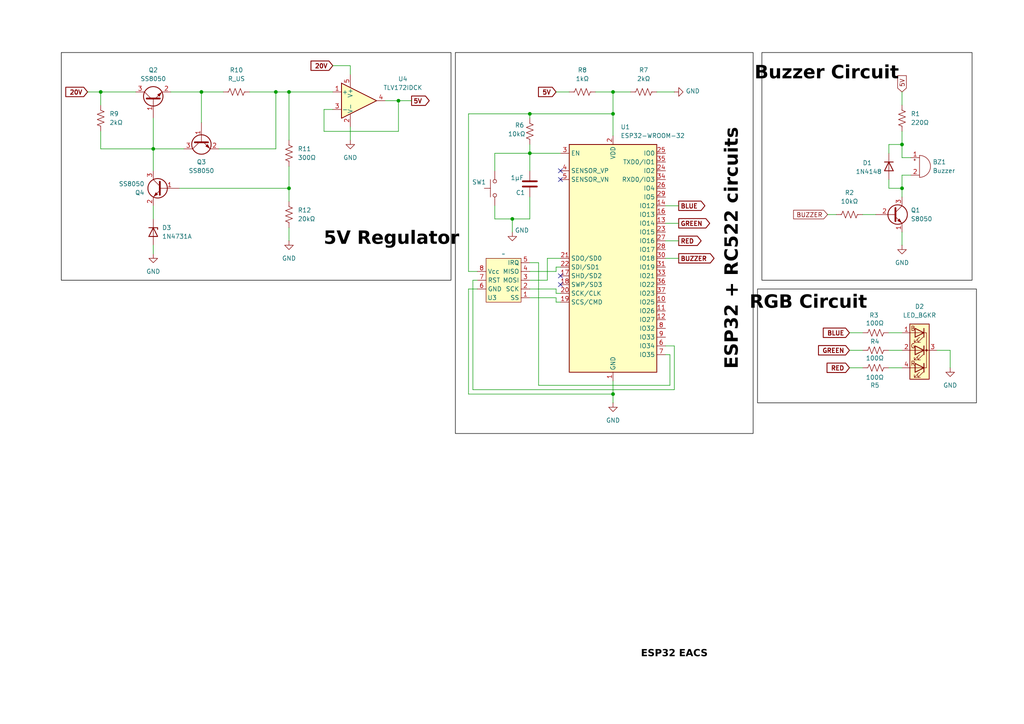
<source format=kicad_sch>
(kicad_sch (version 20231120) (generator "eeschema") (generator_version "8.0")
  (paper "A4")
  (lib_symbols
    (symbol "Amplifier_Operational:TLV172IDCK" (pin_names (offset 0.127))
      (property "Reference" "U" (at 7.62 2.54 0))
      (property "Value" "TLV172IDCK" (at 11.43 -2.54 0))
      (symbol "TLV172IDCK_0_1"
        (polyline (pts (xy -2.54 5.08) (xy -2.54 -5.08) (xy 7.62 0) (xy -2.54 5.08)) (stroke (width 0.254)) (fill (type background)))
      )
      (symbol "TLV172IDCK_1_1"
        (pin input line (at -5.08 2.54 0) (length 2.54) (name "+") (number "1"))
        (pin power_in line (at 0 -7.62 90) (length 3.81) (name "V-") (number "2"))
        (pin input line (at -5.08 -2.54 0) (length 2.54) (name "-") (number "3"))
        (pin output line (at 10.16 0 180) (length 2.54) (name "~") (number "4"))
        (pin power_in line (at 0 7.62 270) (length 3.81) (name "V+") (number "5"))
      )
    )
    (symbol "Device:Buzzer" (pin_names (offset 0.0254) hide)
      (property "Reference" "BZ" (at 3.81 1.27 0))
      (property "Value" "Buzzer" (at 3.81 -1.27 0))
      (symbol "Buzzer_0_1"
        (arc (start 0 -3.175) (mid 3.1612 0) (end 0 3.175))
        (polyline (pts (xy -1.651 1.905) (xy -1.143 1.905)))
        (polyline (pts (xy -1.397 2.159) (xy -1.397 1.651)))
        (polyline (pts (xy 0 3.175) (xy 0 -3.175)))
      )
      (symbol "Buzzer_1_1"
        (pin passive line (at -2.54 2.54 0) (length 2.54) (name "+") (number "1"))
        (pin passive line (at -2.54 -2.54 0) (length 2.54) (name "-") (number "2"))
      )
    )
    (symbol "Device:C" (pin_numbers hide) (pin_names (offset 0.254))
      (property "Reference" "C" (at 0.635 2.54 0))
      (property "Value" "C" (at 0.635 -2.54 0))
      (symbol "C_0_1"
        (polyline (pts (xy -2.032 -0.762) (xy 2.032 -0.762)) (stroke (width 0.508)))
        (polyline (pts (xy -2.032 0.762) (xy 2.032 0.762)) (stroke (width 0.508)))
      )
      (symbol "C_1_1"
        (pin passive line (at 0 3.81 270) (length 2.794) (name "~") (number "1"))
        (pin passive line (at 0 -3.81 90) (length 2.794) (name "~") (number "2"))
      )
    )
    (symbol "Device:LED_BGKR" (pin_names (offset 0) hide)
      (property "Reference" "D" (at 0 9.398 0))
      (property "Value" "LED_BGKR" (at 0 -8.89 0))
      (symbol "LED_BGKR_0_0"
        (text "B" (at 1.905 -6.35 0) (effects (font (size 1.27 1.27))))
        (text "G" (at 1.905 -1.27 0) (effects (font (size 1.27 1.27))))
        (text "R" (at 1.905 3.81 0) (effects (font (size 1.27 1.27))))
      )
      (symbol "LED_BGKR_0_1"
        (circle (center -2.032 0) (radius 0.254) (fill (type outline)))
        (polyline (pts (xy -1.27 -5.08) (xy 1.27 -5.08)))
        (polyline (pts (xy -1.27 -3.81) (xy -1.27 -6.35)) (stroke (width 0.254)))
        (polyline (pts (xy -1.27 0) (xy -2.54 0)))
        (polyline (pts (xy -1.27 1.27) (xy -1.27 -1.27)) (stroke (width 0.254)))
        (polyline (pts (xy -1.27 5.08) (xy 1.27 5.08)))
        (polyline (pts (xy -1.27 6.35) (xy -1.27 3.81)) (stroke (width 0.254)))
        (polyline (pts (xy 1.27 -5.08) (xy 2.54 -5.08)))
        (polyline (pts (xy 1.27 0) (xy -1.27 0)))
        (polyline (pts (xy 1.27 0) (xy 2.54 0)))
        (polyline (pts (xy 1.27 5.08) (xy 2.54 5.08)))
        (polyline (pts (xy -1.27 1.27) (xy -1.27 -1.27) (xy -1.27 -1.27)))
        (polyline (pts (xy -1.27 6.35) (xy -1.27 3.81) (xy -1.27 3.81)))
        (polyline (pts (xy -1.27 5.08) (xy -2.032 5.08) (xy -2.032 -5.08) (xy -1.016 -5.08)))
        (polyline (pts (xy 1.27 -3.81) (xy 1.27 -6.35) (xy -1.27 -5.08) (xy 1.27 -3.81)) (stroke (width 0.254)))
        (polyline (pts (xy 1.27 1.27) (xy 1.27 -1.27) (xy -1.27 0) (xy 1.27 1.27)) (stroke (width 0.254)))
        (polyline (pts (xy 1.27 6.35) (xy 1.27 3.81) (xy -1.27 5.08) (xy 1.27 6.35)) (stroke (width 0.254)))
        (polyline (pts (xy -1.016 -3.81) (xy 0.508 -2.286) (xy -0.254 -2.286) (xy 0.508 -2.286) (xy 0.508 -3.048)))
        (polyline (pts (xy -1.016 1.27) (xy 0.508 2.794) (xy -0.254 2.794) (xy 0.508 2.794) (xy 0.508 2.032)))
        (polyline (pts (xy -1.016 6.35) (xy 0.508 7.874) (xy -0.254 7.874) (xy 0.508 7.874) (xy 0.508 7.112)))
        (polyline (pts (xy 0 -3.81) (xy 1.524 -2.286) (xy 0.762 -2.286) (xy 1.524 -2.286) (xy 1.524 -3.048)))
        (polyline (pts (xy 0 1.27) (xy 1.524 2.794) (xy 0.762 2.794) (xy 1.524 2.794) (xy 1.524 2.032)))
        (polyline (pts (xy 0 6.35) (xy 1.524 7.874) (xy 0.762 7.874) (xy 1.524 7.874) (xy 1.524 7.112)))
        (rectangle (start 1.27 -1.27) (end 1.27 1.27))
        (rectangle (start 1.27 1.27) (end 1.27 1.27))
        (rectangle (start 1.27 3.81) (end 1.27 6.35))
        (rectangle (start 1.27 6.35) (end 1.27 6.35))
        (rectangle (start 2.794 8.382) (end -2.794 -7.62) (stroke (width 0.254)) (fill (type background)))
      )
      (symbol "LED_BGKR_1_1"
        (pin passive line (at 5.08 -5.08 180) (length 2.54) (name "BA") (number "1"))
        (pin passive line (at 5.08 0 180) (length 2.54) (name "GA") (number "2"))
        (pin passive line (at -5.08 0 0) (length 2.54) (name "K") (number "3"))
        (pin passive line (at 5.08 5.08 180) (length 2.54) (name "RA") (number "4"))
      )
    )
    (symbol "Device:R_US" (pin_numbers hide) (pin_names (offset 0))
      (property "Reference" "R" (at 2.54 0 90))
      (property "Value" "R_US" (at -2.54 0 90))
      (symbol "R_US_0_1"
        (polyline (pts (xy 0 -2.286) (xy 0 -2.54)))
        (polyline (pts (xy 0 2.286) (xy 0 2.54)))
        (polyline (pts (xy 0 -0.762) (xy 1.016 -1.143) (xy 0 -1.524) (xy -1.016 -1.905) (xy 0 -2.286)))
        (polyline (pts (xy 0 0.762) (xy 1.016 0.381) (xy 0 0) (xy -1.016 -0.381) (xy 0 -0.762)))
        (polyline (pts (xy 0 2.286) (xy 1.016 1.905) (xy 0 1.524) (xy -1.016 1.143) (xy 0 0.762)))
      )
      (symbol "R_US_1_1"
        (pin passive line (at 0 3.81 270) (length 1.27) (name "~") (number "1"))
        (pin passive line (at 0 -3.81 90) (length 1.27) (name "~") (number "2"))
      )
    )
    (symbol "Diode:1N4148" (pin_numbers hide) (pin_names hide)
      (property "Reference" "D" (at 0 2.54 0))
      (property "Value" "1N4148" (at 0 -2.54 0))
      (symbol "1N4148_0_1"
        (polyline (pts (xy -1.27 1.27) (xy -1.27 -1.27)) (stroke (width 0.254)))
        (polyline (pts (xy 1.27 0) (xy -1.27 0)))
        (polyline (pts (xy 1.27 1.27) (xy 1.27 -1.27) (xy -1.27 0) (xy 1.27 1.27)) (stroke (width 0.254)))
      )
      (symbol "1N4148_1_1"
        (pin passive line (at -3.81 0 0) (length 2.54) (name "K") (number "1"))
        (pin passive line (at 3.81 0 180) (length 2.54) (name "A") (number "2"))
      )
    )
    (symbol "Diode:1N47xxA" (pin_numbers hide) (pin_names hide)
      (property "Reference" "D" (at 0 2.54 0))
      (property "Value" "1N47xxA" (at 0 -2.54 0))
      (symbol "1N47xxA_0_1"
        (polyline (pts (xy 1.27 0) (xy -1.27 0)))
        (polyline (pts (xy -1.27 -1.27) (xy -1.27 1.27) (xy -0.762 1.27)) (stroke (width 0.254)))
        (polyline (pts (xy 1.27 -1.27) (xy 1.27 1.27) (xy -1.27 0) (xy 1.27 -1.27)) (stroke (width 0.254)))
      )
      (symbol "1N47xxA_1_1"
        (pin passive line (at -3.81 0 0) (length 2.54) (name "K") (number "1"))
        (pin passive line (at 3.81 0 180) (length 2.54) (name "A") (number "2"))
      )
    )
    (symbol "RF_Module:ESP32-WROOM-32"
      (property "Reference" "U" (at -12.7 34.29 0))
      (property "Value" "ESP32-WROOM-32" (at 1.27 34.29 0))
      (symbol "ESP32-WROOM-32_0_1"
        (rectangle (start -12.7 33.02) (end 12.7 -33.02) (stroke (width 0.254)) (fill (type background)))
      )
      (symbol "ESP32-WROOM-32_1_1"
        (pin power_in line (at 0 -35.56 90) (length 2.54) (name "GND") (number "1"))
        (pin bidirectional line (at 15.24 -12.7 180) (length 2.54) (name "IO25") (number "10"))
        (pin bidirectional line (at 15.24 -15.24 180) (length 2.54) (name "IO26") (number "11"))
        (pin bidirectional line (at 15.24 -17.78 180) (length 2.54) (name "IO27") (number "12"))
        (pin bidirectional line (at 15.24 10.16 180) (length 2.54) (name "IO14") (number "13"))
        (pin bidirectional line (at 15.24 15.24 180) (length 2.54) (name "IO12") (number "14"))
        (pin passive line (at 0 -35.56 90) (length 2.54) hide (name "GND") (number "15"))
        (pin bidirectional line (at 15.24 12.7 180) (length 2.54) (name "IO13") (number "16"))
        (pin bidirectional line (at -15.24 -5.08 0) (length 2.54) (name "SHD/SD2") (number "17"))
        (pin bidirectional line (at -15.24 -7.62 0) (length 2.54) (name "SWP/SD3") (number "18"))
        (pin bidirectional line (at -15.24 -12.7 0) (length 2.54) (name "SCS/CMD") (number "19"))
        (pin power_in line (at 0 35.56 270) (length 2.54) (name "VDD") (number "2"))
        (pin bidirectional line (at -15.24 -10.16 0) (length 2.54) (name "SCK/CLK") (number "20"))
        (pin bidirectional line (at -15.24 0 0) (length 2.54) (name "SDO/SD0") (number "21"))
        (pin bidirectional line (at -15.24 -2.54 0) (length 2.54) (name "SDI/SD1") (number "22"))
        (pin bidirectional line (at 15.24 7.62 180) (length 2.54) (name "IO15") (number "23"))
        (pin bidirectional line (at 15.24 25.4 180) (length 2.54) (name "IO2") (number "24"))
        (pin bidirectional line (at 15.24 30.48 180) (length 2.54) (name "IO0") (number "25"))
        (pin bidirectional line (at 15.24 20.32 180) (length 2.54) (name "IO4") (number "26"))
        (pin bidirectional line (at 15.24 5.08 180) (length 2.54) (name "IO16") (number "27"))
        (pin bidirectional line (at 15.24 2.54 180) (length 2.54) (name "IO17") (number "28"))
        (pin bidirectional line (at 15.24 17.78 180) (length 2.54) (name "IO5") (number "29"))
        (pin input line (at -15.24 30.48 0) (length 2.54) (name "EN") (number "3"))
        (pin bidirectional line (at 15.24 0 180) (length 2.54) (name "IO18") (number "30"))
        (pin bidirectional line (at 15.24 -2.54 180) (length 2.54) (name "IO19") (number "31"))
        (pin no_connect line (at -12.7 -27.94 0) (length 2.54) hide (name "NC") (number "32"))
        (pin bidirectional line (at 15.24 -5.08 180) (length 2.54) (name "IO21") (number "33"))
        (pin bidirectional line (at 15.24 22.86 180) (length 2.54) (name "RXD0/IO3") (number "34"))
        (pin bidirectional line (at 15.24 27.94 180) (length 2.54) (name "TXD0/IO1") (number "35"))
        (pin bidirectional line (at 15.24 -7.62 180) (length 2.54) (name "IO22") (number "36"))
        (pin bidirectional line (at 15.24 -10.16 180) (length 2.54) (name "IO23") (number "37"))
        (pin passive line (at 0 -35.56 90) (length 2.54) hide (name "GND") (number "38"))
        (pin passive line (at 0 -35.56 90) (length 2.54) hide (name "GND") (number "39"))
        (pin input line (at -15.24 25.4 0) (length 2.54) (name "SENSOR_VP") (number "4"))
        (pin input line (at -15.24 22.86 0) (length 2.54) (name "SENSOR_VN") (number "5"))
        (pin input line (at 15.24 -25.4 180) (length 2.54) (name "IO34") (number "6"))
        (pin input line (at 15.24 -27.94 180) (length 2.54) (name "IO35") (number "7"))
        (pin bidirectional line (at 15.24 -20.32 180) (length 2.54) (name "IO32") (number "8"))
        (pin bidirectional line (at 15.24 -22.86 180) (length 2.54) (name "IO33") (number "9"))
      )
    )
    (symbol "Switch:SW_Push" (pin_numbers hide) (pin_names (offset 1.016) hide)
      (property "Reference" "SW" (at 1.27 2.54 0))
      (property "Value" "SW_Push" (at 0 -1.524 0))
      (symbol "SW_Push_0_1"
        (circle (center -2.032 0) (radius 0.508))
        (polyline (pts (xy 0 1.27) (xy 0 3.048)))
        (polyline (pts (xy 2.54 1.27) (xy -2.54 1.27)))
        (circle (center 2.032 0) (radius 0.508))
        (pin passive line (at -5.08 0 0) (length 2.54) (name "1") (number "1"))
        (pin passive line (at 5.08 0 180) (length 2.54) (name "2") (number "2"))
      )
    )
    (symbol "Transistor_BJT:S8050" (pin_names (offset 0) hide)
      (property "Reference" "Q" (at 5.08 1.905 0))
      (property "Value" "S8050" (at 5.08 0 0))
      (symbol "S8050_0_1"
        (polyline (pts (xy 0 0) (xy 0.635 0)))
        (polyline (pts (xy 0.635 0.635) (xy 2.54 2.54)))
        (polyline (pts (xy 0.635 -0.635) (xy 2.54 -2.54) (xy 2.54 -2.54)))
        (polyline (pts (xy 0.635 1.905) (xy 0.635 -1.905) (xy 0.635 -1.905)) (stroke (width 0.508)))
        (polyline (pts (xy 1.27 -1.778) (xy 1.778 -1.27) (xy 2.286 -2.286) (xy 1.27 -1.778) (xy 1.27 -1.778)) (fill (type outline)))
        (circle (center 1.27 0) (radius 2.8194) (stroke (width 0.254)))
      )
      (symbol "S8050_1_1"
        (pin passive line (at 2.54 -5.08 90) (length 2.54) (name "E") (number "1"))
        (pin input line (at -5.08 0 0) (length 5.08) (name "B") (number "2"))
        (pin passive line (at 2.54 5.08 270) (length 2.54) (name "C") (number "3"))
      )
    )
    (symbol "Transistor_BJT:SS8050" (pin_names (offset 0) hide)
      (property "Reference" "Q" (at 5.08 1.905 0))
      (property "Value" "SS8050" (at 5.08 0 0))
      (symbol "SS8050_0_1"
        (polyline (pts (xy 0.635 0.635) (xy 2.54 2.54)))
        (polyline (pts (xy 0.635 -0.635) (xy 2.54 -2.54) (xy 2.54 -2.54)))
        (polyline (pts (xy 0.635 1.905) (xy 0.635 -1.905) (xy 0.635 -1.905)) (stroke (width 0.508)))
        (polyline (pts (xy 1.27 -1.778) (xy 1.778 -1.27) (xy 2.286 -2.286) (xy 1.27 -1.778) (xy 1.27 -1.778)) (fill (type outline)))
        (circle (center 1.27 0) (radius 2.8194) (stroke (width 0.254)))
      )
      (symbol "SS8050_1_1"
        (pin input line (at -5.08 0 0) (length 5.715) (name "B") (number "1"))
        (pin passive line (at 2.54 -5.08 90) (length 2.54) (name "E") (number "2"))
        (pin passive line (at 2.54 5.08 270) (length 2.54) (name "C") (number "3"))
      )
    )
    (symbol "custom_components:RC522DB"
      (property "Reference" "U" (at -4.572 7.62 0))
      (symbol "RC522DB_1_1"
        (rectangle (start -5.08 6.35) (end 5.08 -6.35) (fill (type background)))
        (pin bidirectional line (at -7.62 5.08 0) (length 2.54) (name "SS") (number "1"))
        (pin input line (at -7.62 2.54 0) (length 2.54) (name "SCK") (number "2"))
        (pin input line (at -7.62 0 0) (length 2.54) (name "MOSI") (number "3"))
        (pin output line (at -7.62 -2.54 0) (length 2.54) (name "MISO") (number "4"))
        (pin input line (at -7.62 -5.08 0) (length 2.54) (name "IRQ") (number "5"))
        (pin power_in line (at 7.62 2.54 180) (length 2.54) (name "GND") (number "6"))
        (pin input line (at 7.62 0 180) (length 2.54) (name "RST") (number "7"))
        (pin power_in line (at 7.62 -2.54 180) (length 2.54) (name "Vcc") (number "8"))
      )
    )
    (symbol "power:GND" (power) (pin_numbers hide) (pin_names (offset 0) hide)
      (property "Value" "GND" (at 0 -3.81 0))
      (symbol "GND_0_1"
        (polyline (pts (xy 0 0) (xy 0 -1.27) (xy 1.27 -1.27) (xy 0 -2.54) (xy -1.27 -1.27) (xy 0 -1.27)))
      )
      (symbol "GND_1_1"
        (pin power_in line (at 0 0 270) (length 0) (name "~") (number "1"))
      )
    )
  )
  (junction (at 261.62 41.91))
  (junction (at 153.67 44.45))
  (junction (at 177.8 26.67))
  (junction (at 261.62 54.61))
  (junction (at 83.82 54.61))
  (junction (at 58.42 26.67))
  (junction (at 44.45 43.18))
  (junction (at 177.8 33.02))
  (junction (at 148.59 63.5))
  (junction (at 177.8 114.3))
  (junction (at 153.67 33.02))
  (junction (at 83.82 26.67))
  (junction (at 115.57 29.21))
  (junction (at 80.01 26.67))
  (junction (at 29.21 26.67))
  (no_connect (at 162.56 49.53))
  (no_connect (at 162.56 80.01))
  (no_connect (at 162.56 52.07))
  (no_connect (at 162.56 82.55))
  (wire (pts (xy 161.29 78.74) (xy 161.29 77.47)))
  (wire (pts (xy 83.82 66.04) (xy 83.82 69.85)))
  (wire (pts (xy 138.43 81.28) (xy 137.16 81.28)))
  (wire (pts (xy 44.45 71.12) (xy 44.45 73.66)))
  (wire (pts (xy 80.01 26.67) (xy 80.01 43.18)))
  (wire (pts (xy 257.81 54.61) (xy 261.62 54.61)))
  (wire (pts (xy 153.67 81.28) (xy 158.75 81.28)))
  (wire (pts (xy 44.45 34.29) (xy 44.45 43.18)))
  (wire (pts (xy 264.16 50.8) (xy 261.62 50.8)))
  (wire (pts (xy 261.62 41.91) (xy 261.62 45.72)))
  (wire (pts (xy 177.8 26.67) (xy 177.8 33.02)))
  (wire (pts (xy 29.21 30.48) (xy 29.21 26.67)))
  (wire (pts (xy 93.98 31.75) (xy 93.98 38.1)))
  (wire (pts (xy 195.58 113.03) (xy 195.58 100.33)))
  (wire (pts (xy 135.89 78.74) (xy 135.89 33.02)))
  (wire (pts (xy 153.67 44.45) (xy 162.56 44.45)))
  (wire (pts (xy 153.67 83.82) (xy 161.29 83.82)))
  (wire (pts (xy 153.67 76.2) (xy 156.21 76.2)))
  (wire (pts (xy 29.21 26.67) (xy 39.37 26.67)))
  (wire (pts (xy 83.82 40.64) (xy 83.82 26.67)))
  (wire (pts (xy 135.89 33.02) (xy 153.67 33.02)))
  (wire (pts (xy 58.42 26.67) (xy 64.77 26.67)))
  (wire (pts (xy 72.39 26.67) (xy 80.01 26.67)))
  (wire (pts (xy 161.29 83.82) (xy 161.29 85.09)))
  (wire (pts (xy 240.03 62.23) (xy 242.57 62.23)))
  (wire (pts (xy 156.21 111.76) (xy 194.31 111.76)))
  (wire (pts (xy 193.04 69.85) (xy 196.85 69.85)))
  (wire (pts (xy 246.38 106.68) (xy 250.19 106.68)))
  (wire (pts (xy 246.38 101.6) (xy 250.19 101.6)))
  (wire (pts (xy 257.81 52.07) (xy 257.81 54.61)))
  (wire (pts (xy 135.89 114.3) (xy 177.8 114.3)))
  (wire (pts (xy 101.6 36.83) (xy 101.6 40.64)))
  (wire (pts (xy 44.45 43.18) (xy 53.34 43.18)))
  (wire (pts (xy 96.52 19.05) (xy 101.6 19.05)))
  (wire (pts (xy 143.51 63.5) (xy 148.59 63.5)))
  (wire (pts (xy 83.82 48.26) (xy 83.82 54.61)))
  (wire (pts (xy 153.67 78.74) (xy 161.29 78.74)))
  (wire (pts (xy 257.81 41.91) (xy 261.62 41.91)))
  (wire (pts (xy 195.58 100.33) (xy 193.04 100.33)))
  (wire (pts (xy 194.31 102.87) (xy 193.04 102.87)))
  (wire (pts (xy 52.07 54.61) (xy 83.82 54.61)))
  (wire (pts (xy 153.67 33.02) (xy 177.8 33.02)))
  (wire (pts (xy 115.57 38.1) (xy 115.57 29.21)))
  (wire (pts (xy 261.62 38.1) (xy 261.62 41.91)))
  (wire (pts (xy 158.75 74.93) (xy 162.56 74.93)))
  (wire (pts (xy 161.29 86.36) (xy 161.29 87.63)))
  (wire (pts (xy 153.67 34.29) (xy 153.67 33.02)))
  (wire (pts (xy 261.62 67.31) (xy 261.62 71.12)))
  (wire (pts (xy 25.4 26.67) (xy 29.21 26.67)))
  (wire (pts (xy 58.42 26.67) (xy 58.42 35.56)))
  (wire (pts (xy 177.8 33.02) (xy 177.8 39.37)))
  (wire (pts (xy 257.81 44.45) (xy 257.81 41.91)))
  (wire (pts (xy 153.67 41.91) (xy 153.67 44.45)))
  (wire (pts (xy 29.21 43.18) (xy 44.45 43.18)))
  (wire (pts (xy 194.31 111.76) (xy 194.31 102.87)))
  (wire (pts (xy 275.59 101.6) (xy 275.59 106.68)))
  (wire (pts (xy 83.82 54.61) (xy 83.82 58.42)))
  (wire (pts (xy 261.62 54.61) (xy 261.62 57.15)))
  (wire (pts (xy 177.8 114.3) (xy 177.8 116.84)))
  (wire (pts (xy 137.16 81.28) (xy 137.16 113.03)))
  (wire (pts (xy 143.51 59.69) (xy 143.51 63.5)))
  (wire (pts (xy 96.52 31.75) (xy 93.98 31.75)))
  (wire (pts (xy 250.19 62.23) (xy 254 62.23)))
  (wire (pts (xy 93.98 38.1) (xy 115.57 38.1)))
  (wire (pts (xy 148.59 63.5) (xy 148.59 67.31)))
  (wire (pts (xy 138.43 83.82) (xy 135.89 83.82)))
  (wire (pts (xy 261.62 45.72) (xy 264.16 45.72)))
  (wire (pts (xy 161.29 26.67) (xy 165.1 26.67)))
  (wire (pts (xy 153.67 63.5) (xy 153.67 57.15)))
  (wire (pts (xy 190.5 26.67) (xy 195.58 26.67)))
  (wire (pts (xy 49.53 26.67) (xy 58.42 26.67)))
  (wire (pts (xy 153.67 86.36) (xy 161.29 86.36)))
  (wire (pts (xy 44.45 43.18) (xy 44.45 49.53)))
  (wire (pts (xy 193.04 74.93) (xy 196.85 74.93)))
  (wire (pts (xy 83.82 26.67) (xy 80.01 26.67)))
  (wire (pts (xy 138.43 78.74) (xy 135.89 78.74)))
  (wire (pts (xy 153.67 44.45) (xy 153.67 49.53)))
  (wire (pts (xy 80.01 43.18) (xy 63.5 43.18)))
  (wire (pts (xy 261.62 50.8) (xy 261.62 54.61)))
  (wire (pts (xy 271.78 101.6) (xy 275.59 101.6)))
  (wire (pts (xy 158.75 81.28) (xy 158.75 74.93)))
  (wire (pts (xy 135.89 83.82) (xy 135.89 114.3)))
  (wire (pts (xy 246.38 96.52) (xy 250.19 96.52)))
  (wire (pts (xy 161.29 77.47) (xy 162.56 77.47)))
  (wire (pts (xy 101.6 19.05) (xy 101.6 21.59)))
  (wire (pts (xy 172.72 26.67) (xy 177.8 26.67)))
  (wire (pts (xy 137.16 113.03) (xy 195.58 113.03)))
  (wire (pts (xy 143.51 44.45) (xy 143.51 49.53)))
  (wire (pts (xy 143.51 44.45) (xy 153.67 44.45)))
  (wire (pts (xy 83.82 26.67) (xy 96.52 26.67)))
  (wire (pts (xy 148.59 63.5) (xy 153.67 63.5)))
  (wire (pts (xy 257.81 106.68) (xy 261.62 106.68)))
  (wire (pts (xy 177.8 110.49) (xy 177.8 114.3)))
  (wire (pts (xy 257.81 101.6) (xy 261.62 101.6)))
  (wire (pts (xy 29.21 38.1) (xy 29.21 43.18)))
  (wire (pts (xy 261.62 26.67) (xy 261.62 30.48)))
  (wire (pts (xy 115.57 29.21) (xy 119.38 29.21)))
  (wire (pts (xy 44.45 59.69) (xy 44.45 63.5)))
  (wire (pts (xy 161.29 87.63) (xy 162.56 87.63)))
  (wire (pts (xy 111.76 29.21) (xy 115.57 29.21)))
  (wire (pts (xy 161.29 85.09) (xy 162.56 85.09)))
  (wire (pts (xy 182.88 26.67) (xy 177.8 26.67)))
  (wire (pts (xy 193.04 64.77) (xy 196.85 64.77)))
  (wire (pts (xy 193.04 59.69) (xy 196.85 59.69)))
  (wire (pts (xy 257.81 96.52) (xy 261.62 96.52)))
  (wire (pts (xy 156.21 76.2) (xy 156.21 111.76)))
  (rectangle (start 132.08 15.24) (end 218.44 125.73) (stroke (width 0) (color 0 0 0 1)))
  (rectangle (start 220.98 15.24) (end 281.94 81.28) (stroke (width 0) (color 0 0 0 1)))
  (rectangle (start 219.71 83.82) (end 283.21 116.84) (stroke (width 0) (color 0 0 0 1)))
  (rectangle (start 17.78 15.24) (end 130.81 81.28) (stroke (width 0) (color 0 0 0 1)))
  (text "5V Regulator" (at 113.538 70.358 0) (effects (font (size 3.81 3.81) (thickness 0.254) (bold yes))))
  (text "RGB Circuit" (at 234.442 88.9 0) (effects (font (size 3.81 3.81) (thickness 0.254) (bold yes))))
  (text "ESP32 EACS" (at 195.58 190.246 0) (effects (font (size 2.032 2.032) (thickness 0.254) (bold yes))))
  (text "ESP32 + RC522 circuits" (at 213.36 72.136 90) (effects (font (size 3.81 3.81) (thickness 0.762) (bold yes))))
  (text "Buzzer Circuit" (at 239.776 22.352 0) (effects (font (size 3.81 3.81) (thickness 0.254) (bold yes))))
  (global_label "5V" (shape input) (at 261.62 26.67 90) (property "Intersheetrefs" "${INTERSHEET_REFS}" (effects (hide yes))))
  (global_label "RED" (shape output) (at 196.85 69.85 0) (effects (font (thickness 0.254) (bold yes))) (property "Intersheetrefs" "${INTERSHEET_REFS}" (effects (hide yes))))
  (global_label "BUZZER" (shape input) (at 240.03 62.23 180) (property "Intersheetrefs" "${INTERSHEET_REFS}" (effects (hide yes))))
  (global_label "20V" (shape input) (at 25.4 26.67 180) (effects (font (thickness 0.254) (bold yes))) (property "Intersheetrefs" "${INTERSHEET_REFS}" (effects (hide yes))))
  (global_label "5V" (shape input) (at 161.29 26.67 180) (effects (font (thickness 0.254) (bold yes))) (property "Intersheetrefs" "${INTERSHEET_REFS}" (effects (hide yes))))
  (global_label "BLUE" (shape output) (at 196.85 59.69 0) (effects (font (thickness 0.254) (bold yes))) (property "Intersheetrefs" "${INTERSHEET_REFS}" (effects (hide yes))))
  (global_label "20V" (shape input) (at 96.52 19.05 180) (effects (font (thickness 0.254) (bold yes))) (property "Intersheetrefs" "${INTERSHEET_REFS}" (effects (hide yes))))
  (global_label "GREEN" (shape output) (at 196.85 64.77 0) (effects (font (thickness 0.254) (bold yes))) (property "Intersheetrefs" "${INTERSHEET_REFS}" (effects (hide yes))))
  (global_label "BUZZER" (shape output) (at 196.85 74.93 0) (effects (font (thickness 0.254) (bold yes))) (property "Intersheetrefs" "${INTERSHEET_REFS}" (effects (hide yes))))
  (global_label "5V" (shape output) (at 119.38 29.21 0) (effects (font (thickness 0.254) (bold yes))) (property "Intersheetrefs" "${INTERSHEET_REFS}" (effects (hide yes))))
  (global_label "GREEN" (shape input) (at 246.38 101.6 180) (effects (font (thickness 0.254) (bold yes))) (property "Intersheetrefs" "${INTERSHEET_REFS}" (effects (hide yes))))
  (global_label "BLUE" (shape input) (at 246.38 96.52 180) (effects (font (thickness 0.254) (bold yes))) (property "Intersheetrefs" "${INTERSHEET_REFS}" (effects (hide yes))))
  (global_label "RED" (shape input) (at 246.38 106.68 180) (effects (font (thickness 0.254) (bold yes))) (property "Intersheetrefs" "${INTERSHEET_REFS}" (effects (hide yes))))
  (symbol (lib_id "Device:R_US") (at 254 101.6 90) (unit 1)
    (property "Reference" "R4" (at 253.746 99.06 90))
    (property "Value" "100Ω" (at 253.746 103.886 90))
    (property "Description" "Resistor, US symbol" (effects (hide yes)))
  )
  (symbol (lib_id "Device:Buzzer") (at 266.7 48.26 0) (unit 1)
    (property "Reference" "BZ1" (at 270.51 46.9899 0) (effects (justify left)))
    (property "Value" "Buzzer" (at 270.51 49.5299 0) (effects (justify left)))
    (property "Description" "Buzzer, polarized" (effects (hide yes)))
  )
  (symbol (lib_id "power:GND") (at 101.6 40.64 0) (unit 1)
    (property "Reference" "#PWR08" (effects (hide yes)))
    (property "Value" "GND" (at 101.6 45.72 0))
    (property "Description" "Power symbol creates a global label with name \"GND\" , ground" (effects (hide yes)))
  )
  (symbol (lib_id "Transistor_BJT:SS8050") (at 44.45 29.21 90) (unit 1)
    (property "Reference" "Q2" (at 44.45 20.32 90))
    (property "Value" "SS8050" (at 44.45 22.86 90))
    (property "Footprint" "Package_TO_SOT_SMD:SOT-23" (effects (hide yes)))
    (property "Datasheet" "http://www.secosgmbh.com/datasheet/products/SSMPTransistor/SOT-23/SS8050.pdf" (effects (hide yes)))
    (property "Description" "General Purpose NPN Transistor, 1.5A Ic, 25V Vce, SOT-23" (effects (hide yes)))
  )
  (symbol (lib_id "Device:C") (at 153.67 53.34 0) (unit 1)
    (property "Reference" "C1" (at 149.606 55.88 0) (effects (justify left)))
    (property "Value" "1µF" (at 148.082 51.562 0) (effects (justify left)))
    (property "Description" "Unpolarized capacitor" (effects (hide yes)))
  )
  (symbol (lib_id "Transistor_BJT:SS8050") (at 46.99 54.61 0) (mirror y) (unit 1)
    (property "Reference" "Q4" (at 41.91 55.8801 0) (effects (justify left)))
    (property "Value" "SS8050" (at 41.91 53.3401 0) (effects (justify left)))
    (property "Footprint" "Package_TO_SOT_SMD:SOT-23" (effects (hide yes)))
    (property "Datasheet" "http://www.secosgmbh.com/datasheet/products/SSMPTransistor/SOT-23/SS8050.pdf" (effects (hide yes)))
    (property "Description" "General Purpose NPN Transistor, 1.5A Ic, 25V Vce, SOT-23" (effects (hide yes)))
  )
  (symbol (lib_id "Device:R_US") (at 261.62 34.29 0) (unit 1)
    (property "Reference" "R1" (at 264.16 33.0199 0) (effects (justify left)))
    (property "Value" "220Ω" (at 264.16 35.5599 0) (effects (justify left)))
    (property "Description" "Resistor, US symbol" (effects (hide yes)))
  )
  (symbol (lib_id "power:GND") (at 275.59 106.68 0) (unit 1)
    (property "Reference" "#PWR03" (effects (hide yes)))
    (property "Value" "GND" (at 275.59 111.76 0))
    (property "Description" "Power symbol creates a global label with name \"GND\" , ground" (effects (hide yes)))
  )
  (symbol (lib_id "Switch:SW_Push") (at 143.51 54.61 90) (unit 1)
    (property "Reference" "SW1" (at 136.906 52.832 90) (effects (justify right)))
    (property "Value" "SW_Push" (effects (hide yes)))
    (property "Description" "Push button switch, generic, two pins" (effects (hide yes)))
  )
  (symbol (lib_id "Device:R_US") (at 153.67 38.1 0) (unit 1)
    (property "Reference" "R6" (at 149.352 36.322 0) (effects (justify left)))
    (property "Value" "10kΩ" (at 147.32 38.862 0) (effects (justify left)))
    (property "Description" "Resistor, US symbol" (effects (hide yes)))
  )
  (symbol (lib_id "Device:R_US") (at 29.21 34.29 0) (unit 1)
    (property "Reference" "R9" (at 31.75 33.0199 0) (effects (justify left)))
    (property "Value" "2kΩ" (at 31.75 35.5599 0) (effects (justify left)))
    (property "Description" "Resistor, US symbol" (effects (hide yes)))
  )
  (symbol (lib_id "Device:R_US") (at 254 96.52 90) (unit 1)
    (property "Reference" "R3" (at 253.492 91.44 90))
    (property "Value" "100Ω" (at 253.746 93.726 90))
    (property "Description" "Resistor, US symbol" (effects (hide yes)))
  )
  (symbol (lib_id "Device:LED_BGKR") (at 266.7 101.6 180) (unit 1)
    (property "Reference" "D2" (at 266.7 88.9 0))
    (property "Value" "LED_BGKR" (at 266.7 91.44 0))
    (property "Description" "RGB LED, blue/green/cathode/red" (effects (hide yes)))
  )
  (symbol (lib_id "power:GND") (at 83.82 69.85 0) (unit 1)
    (property "Reference" "#PWR07" (effects (hide yes)))
    (property "Value" "GND" (at 83.82 74.93 0))
    (property "Description" "Power symbol creates a global label with name \"GND\" , ground" (effects (hide yes)))
  )
  (symbol (lib_id "Transistor_BJT:SS8050") (at 58.42 40.64 90) (mirror x) (unit 1)
    (property "Reference" "Q3" (at 58.42 46.99 90))
    (property "Value" "SS8050" (at 58.42 49.53 90))
    (property "Footprint" "Package_TO_SOT_SMD:SOT-23" (effects (hide yes)))
    (property "Datasheet" "http://www.secosgmbh.com/datasheet/products/SSMPTransistor/SOT-23/SS8050.pdf" (effects (hide yes)))
    (property "Description" "General Purpose NPN Transistor, 1.5A Ic, 25V Vce, SOT-23" (effects (hide yes)))
  )
  (symbol (lib_id "Device:R_US") (at 246.38 62.23 90) (unit 1)
    (property "Reference" "R2" (at 246.38 55.88 90))
    (property "Value" "10kΩ" (at 246.38 58.42 90))
    (property "Description" "Resistor, US symbol" (effects (hide yes)))
  )
  (symbol (lib_id "power:GND") (at 195.58 26.67 90) (unit 1)
    (property "Reference" "#PWR04" (effects (hide yes)))
    (property "Value" "GND" (at 198.882 26.416 90) (effects (justify right)))
    (property "Description" "Power symbol creates a global label with name \"GND\" , ground" (effects (hide yes)))
  )
  (symbol (lib_id "Device:R_US") (at 83.82 62.23 0) (unit 1)
    (property "Reference" "R12" (at 86.36 60.9599 0) (effects (justify left)))
    (property "Value" "20kΩ" (at 86.36 63.4999 0) (effects (justify left)))
    (property "Description" "Resistor, US symbol" (effects (hide yes)))
  )
  (symbol (lib_id "RF_Module:ESP32-WROOM-32") (at 177.8 74.93 0) (unit 1)
    (property "Reference" "U1" (at 179.9941 36.83 0) (effects (justify left)))
    (property "Value" "ESP32-WROOM-32" (at 179.9941 39.37 0) (effects (justify left)))
    (property "Footprint" "RF_Module:ESP32-WROOM-32" (effects (hide yes)))
    (property "Datasheet" "https://www.espressif.com/sites/default/files/documentation/esp32-wroom-32_datasheet_en.pdf" (effects (hide yes)))
    (property "Description" "RF Module, ESP32-D0WDQ6 SoC, Wi-Fi 802.11b/g/n, Bluetooth, BLE, 32-bit, 2.7-3.6V, onboard antenna, SMD" (effects (hide yes)))
  )
  (symbol (lib_id "power:GND") (at 261.62 71.12 0) (unit 1)
    (property "Reference" "#PWR01" (effects (hide yes)))
    (property "Value" "GND" (at 261.62 76.2 0))
    (property "Description" "Power symbol creates a global label with name \"GND\" , ground" (effects (hide yes)))
  )
  (symbol (lib_id "power:GND") (at 44.45 73.66 0) (unit 1)
    (property "Reference" "#PWR06" (effects (hide yes)))
    (property "Value" "GND" (at 44.45 78.74 0))
    (property "Description" "Power symbol creates a global label with name \"GND\" , ground" (effects (hide yes)))
  )
  (symbol (lib_id "Device:R_US") (at 186.69 26.67 90) (unit 1)
    (property "Reference" "R7" (at 186.69 20.32 90))
    (property "Value" "2kΩ" (at 186.69 22.86 90))
    (property "Description" "Resistor, US symbol" (effects (hide yes)))
  )
  (symbol (lib_id "Device:R_US") (at 168.91 26.67 90) (unit 1)
    (property "Reference" "R8" (at 168.91 20.32 90))
    (property "Value" "1kΩ" (at 168.91 22.86 90))
    (property "Description" "Resistor, US symbol" (effects (hide yes)))
  )
  (symbol (lib_id "Amplifier_Operational:TLV172IDCK") (at 101.6 29.21 0) (unit 1)
    (property "Reference" "U4" (at 116.84 22.8914 0))
    (property "Value" "TLV172IDCK" (at 116.84 25.4314 0))
    (property "Footprint" "Package_TO_SOT_SMD:SOT-353_SC-70-5" (effects (hide yes)))
    (property "Datasheet" "http://www.ti.com/lit/ds/symlink/tlv172.pdf" (effects (hide yes)))
    (property "Description" "Low-power Operational Amplifier, SOT-353" (effects (hide yes)))
  )
  (symbol (lib_id "Transistor_BJT:S8050") (at 259.08 62.23 0) (unit 1)
    (property "Reference" "Q1" (at 264.16 60.9599 0) (effects (justify left)))
    (property "Value" "S8050" (at 264.16 63.4999 0) (effects (justify left)))
    (property "Footprint" "Package_TO_SOT_THT:TO-92_Inline" (effects (hide yes)))
    (property "Datasheet" "http://www.unisonic.com.tw/datasheet/S8050.pdf" (effects (hide yes)))
    (property "Description" "0.7A Ic, 20V Vce, Low Voltage High Current NPN Transistor, TO-92" (effects (hide yes)))
  )
  (symbol (lib_id "power:GND") (at 148.59 67.31 0) (unit 1)
    (property "Reference" "#PWR05" (effects (hide yes)))
    (property "Value" "GND" (at 151.384 66.802 0))
    (property "Description" "Power symbol creates a global label with name \"GND\" , ground" (effects (hide yes)))
  )
  (symbol (lib_id "custom_components:RC522DB") (at 146.05 81.28 180) (unit 1)
    (property "Reference" "U3" (at 142.748 86.36 0))
    (property "Value" "~" (at 146.05 73.66 0))
  )
  (symbol (lib_id "Device:R_US") (at 68.58 26.67 90) (unit 1)
    (property "Reference" "R10" (at 68.58 20.32 90))
    (property "Value" "R_US" (at 68.58 22.86 90))
    (property "Description" "Resistor, US symbol" (effects (hide yes)))
  )
  (symbol (lib_id "power:GND") (at 177.8 116.84 0) (unit 1)
    (property "Reference" "#PWR02" (effects (hide yes)))
    (property "Value" "GND" (at 177.8 121.92 0))
    (property "Description" "Power symbol creates a global label with name \"GND\" , ground" (effects (hide yes)))
  )
  (symbol (lib_id "Diode:1N47xxA") (at 44.45 67.31 270) (unit 1)
    (property "Reference" "D3" (at 46.99 66.0399 90) (effects (justify left)))
    (property "Value" "1N4731A" (at 46.99 68.5799 90) (effects (justify left)))
    (property "Footprint" "Diode_THT:D_DO-41_SOD81_P10.16mm_Horizontal" (effects (hide yes)))
    (property "Datasheet" "https://www.vishay.com/docs/85816/1n4728a.pdf" (effects (hide yes)))
    (property "Description" "1300mW Silicon planar power Zener diodes, DO-41" (effects (hide yes)))
  )
  (symbol (lib_id "Diode:1N4148") (at 257.81 48.26 270) (unit 1)
    (property "Reference" "D1" (at 250.19 47.244 90) (effects (justify left)))
    (property "Value" "1N4148" (at 248.158 49.784 90) (effects (justify left)))
    (property "Footprint" "Diode_THT:D_DO-35_SOD27_P7.62mm_Horizontal" (effects (hide yes)))
    (property "Datasheet" "https://assets.nexperia.com/documents/data-sheet/1N4148_1N4448.pdf" (effects (hide yes)))
    (property "Description" "100V 0.15A standard switching diode, DO-35" (effects (hide yes)))
    (property "Sim.Device" "D" (effects (hide yes)))
    (property "Sim.Pins" "1=K 2=A" (effects (hide yes)))
  )
  (symbol (lib_id "Device:R_US") (at 83.82 44.45 0) (unit 1)
    (property "Reference" "R11" (at 86.36 43.1799 0) (effects (justify left)))
    (property "Value" "300Ω" (at 86.36 45.7199 0) (effects (justify left)))
    (property "Description" "Resistor, US symbol" (effects (hide yes)))
  )
  (symbol (lib_id "Device:R_US") (at 254 106.68 90) (unit 1)
    (property "Reference" "R5" (at 253.746 111.76 90))
    (property "Value" "100Ω" (at 253.746 109.474 90))
    (property "Description" "Resistor, US symbol" (effects (hide yes)))
  )
)
</source>
